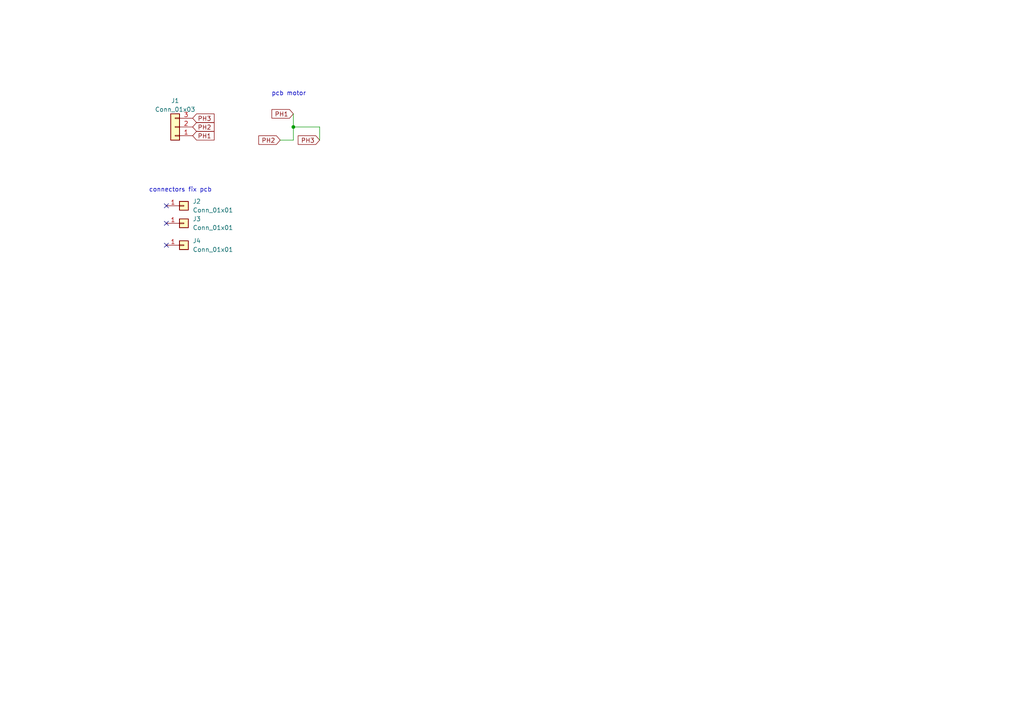
<source format=kicad_sch>
(kicad_sch (version 20230121) (generator eeschema)
  (paper "A4")
  (title_block (title "Scanhead PCB") (rev "0.1") (company "Hexastorm") (comment 1 "Author: Rik Starmans"))
  (lib_symbols
    (symbol "Connector_Generic:Conn_01x01" (pin_names (offset 1.016) hide)
      (property "Reference" "J" (at 0 2.54 0))
      (property "Value" "Conn_01x01" (at 0 -2.54 0))
      (symbol "Conn_01x01_1_1"
        (rectangle (start -1.27 0.127) (end 0 -0.127) (stroke (width 0.1524)))
        (rectangle (start -1.27 1.27) (end 1.27 -1.27) (stroke (width 0.254)) (fill (type background)))
        (pin passive line (at -5.08 0 0) (length 3.81) (name "Pin_1") (number "1"))
      )
    )
    (symbol "Connector_Generic:Conn_01x03" (pin_names (offset 1.016) hide)
      (property "Reference" "J" (at 0 5.08 0))
      (property "Value" "Conn_01x03" (at 0 -5.08 0))
      (symbol "Conn_01x03_1_1"
        (rectangle (start -1.27 -2.413) (end 0 -2.667) (stroke (width 0.1524)))
        (rectangle (start -1.27 0.127) (end 0 -0.127) (stroke (width 0.1524)))
        (rectangle (start -1.27 2.667) (end 0 2.413) (stroke (width 0.1524)))
        (rectangle (start -1.27 3.81) (end 1.27 -3.81) (stroke (width 0.254)) (fill (type background)))
        (pin passive line (at -5.08 2.54 0) (length 3.81) (name "Pin_1") (number "1"))
        (pin passive line (at -5.08 0 0) (length 3.81) (name "Pin_2") (number "2"))
        (pin passive line (at -5.08 -2.54 0) (length 3.81) (name "Pin_3") (number "3"))
      )
    )
  )
  (junction (at 85.09 36.83))
  (no_connect (at 48.26 59.69))
  (no_connect (at 48.26 71.12))
  (no_connect (at 48.26 64.77))
  (wire (pts (xy 81.28 40.64) (xy 85.09 40.64)))
  (wire (pts (xy 85.09 36.83) (xy 85.09 40.64)))
  (wire (pts (xy 85.09 33.02) (xy 85.09 36.83)))
  (wire (pts (xy 92.71 36.83) (xy 92.71 40.64)))
  (wire (pts (xy 85.09 36.83) (xy 92.71 36.83)))
  (text "pcb motor" (at 78.74 27.94 0) (effects (font (size 1.27 1.27)) (justify left bottom)))
  (text "connectors fix pcb" (at 43.18 55.88 0) (effects (font (size 1.27 1.27)) (justify left bottom)))
  (global_label "PH1" (shape input) (at 55.88 39.37 0) (property "Intersheetrefs" "${INTERSHEET_REFS}" (effects hide)))
  (global_label "PH2" (shape input) (at 55.88 36.83 0) (property "Intersheetrefs" "${INTERSHEET_REFS}" (effects hide)))
  (global_label "PH1" (shape input) (at 85.09 33.02 180) (property "Intersheetrefs" "${INTERSHEET_REFS}" (effects hide)))
  (global_label "PH3" (shape input) (at 55.88 34.29 0) (property "Intersheetrefs" "${INTERSHEET_REFS}" (effects hide)))
  (global_label "PH2" (shape input) (at 81.28 40.64 180) (property "Intersheetrefs" "${INTERSHEET_REFS}" (effects hide)))
  (global_label "PH3" (shape input) (at 92.71 40.64 180) (property "Intersheetrefs" "${INTERSHEET_REFS}" (effects hide)))
  (symbol (lib_id "Connector_Generic:Conn_01x03") (at 50.8 36.83 180) (unit 1)
    (property "Reference" "J1" (at 50.8 29.21 0))
    (property "Value" "Conn_01x03" (at 50.8 31.75 0))
    (property "Footprint" "pcbmotor:PinHeader_1x03_P2.54mm_Vertical" (effects hide))
  )
  (symbol (lib_id "Connector_Generic:Conn_01x01") (at 53.34 59.69 0) (unit 1)
    (property "Reference" "J2" (at 55.88 58.42 0) (effects (justify left)))
    (property "Value" "Conn_01x01" (at 55.88 60.96 0) (effects (justify left)))
    (property "Footprint" "pcbmotor:PinHeader_1x01_P2.54mm_Vertical" (effects hide))
  )
  (symbol (lib_id "Connector_Generic:Conn_01x01") (at 53.34 64.77 0) (unit 1)
    (property "Reference" "J3" (at 55.88 63.5 0) (effects (justify left)))
    (property "Value" "Conn_01x01" (at 55.88 66.04 0) (effects (justify left)))
    (property "Footprint" "pcbmotor:PinHeader_1x01_P2.54mm_Vertical" (effects hide))
  )
  (symbol (lib_id "Connector_Generic:Conn_01x01") (at 53.34 71.12 0) (unit 1)
    (property "Reference" "J4" (at 55.88 69.85 0) (effects (justify left)))
    (property "Value" "Conn_01x01" (at 55.88 72.39 0) (effects (justify left)))
    (property "Footprint" "pcbmotor:PinHeader_1x01_P2.54mm_Vertical" (effects hide))
  )
)
</source>
